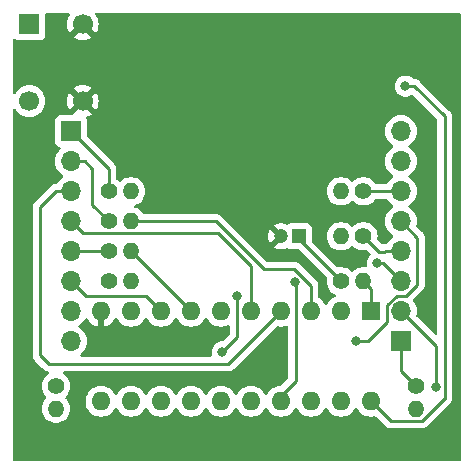
<source format=gtl>
G04 #@! TF.GenerationSoftware,KiCad,Pcbnew,7.0.6-0*
G04 #@! TF.CreationDate,2023-08-14T12:50:14+03:00*
G04 #@! TF.ProjectId,trng,74726e67-2e6b-4696-9361-645f70636258,rev?*
G04 #@! TF.SameCoordinates,Original*
G04 #@! TF.FileFunction,Copper,L1,Top*
G04 #@! TF.FilePolarity,Positive*
%FSLAX46Y46*%
G04 Gerber Fmt 4.6, Leading zero omitted, Abs format (unit mm)*
G04 Created by KiCad (PCBNEW 7.0.6-0) date 2023-08-14 12:50:14*
%MOMM*%
%LPD*%
G01*
G04 APERTURE LIST*
G04 #@! TA.AperFunction,ComponentPad*
%ADD10C,1.400000*%
G04 #@! TD*
G04 #@! TA.AperFunction,ComponentPad*
%ADD11O,1.400000X1.400000*%
G04 #@! TD*
G04 #@! TA.AperFunction,ComponentPad*
%ADD12R,1.700000X1.700000*%
G04 #@! TD*
G04 #@! TA.AperFunction,ComponentPad*
%ADD13O,1.700000X1.700000*%
G04 #@! TD*
G04 #@! TA.AperFunction,ComponentPad*
%ADD14R,1.200000X1.200000*%
G04 #@! TD*
G04 #@! TA.AperFunction,ComponentPad*
%ADD15C,1.200000*%
G04 #@! TD*
G04 #@! TA.AperFunction,ComponentPad*
%ADD16R,1.600000X1.600000*%
G04 #@! TD*
G04 #@! TA.AperFunction,ComponentPad*
%ADD17O,1.600000X1.600000*%
G04 #@! TD*
G04 #@! TA.AperFunction,ComponentPad*
%ADD18C,1.700000*%
G04 #@! TD*
G04 #@! TA.AperFunction,ViaPad*
%ADD19C,0.800000*%
G04 #@! TD*
G04 #@! TA.AperFunction,Conductor*
%ADD20C,0.250000*%
G04 #@! TD*
G04 #@! TA.AperFunction,Conductor*
%ADD21C,0.500000*%
G04 #@! TD*
G04 APERTURE END LIST*
D10*
X158260000Y-101270000D03*
D11*
X156360000Y-101270000D03*
D10*
X156360000Y-105080000D03*
D11*
X158260000Y-105080000D03*
D10*
X136680000Y-102540000D03*
D11*
X138580000Y-102540000D03*
D10*
X132230000Y-113970000D03*
D11*
X132230000Y-115870000D03*
D10*
X158260000Y-97460000D03*
D11*
X156360000Y-97460000D03*
D10*
X136680000Y-97460000D03*
D11*
X138580000Y-97460000D03*
D10*
X136680000Y-100000000D03*
D11*
X138580000Y-100000000D03*
D12*
X161440000Y-110160000D03*
D13*
X161440000Y-107620000D03*
X161440000Y-105080000D03*
X161440000Y-102540000D03*
X161440000Y-100000000D03*
X161440000Y-97460000D03*
X161440000Y-94920000D03*
X161440000Y-92380000D03*
D14*
X152780000Y-101270000D03*
D15*
X151280000Y-101270000D03*
D10*
X136680000Y-105080000D03*
D11*
X138580000Y-105080000D03*
D12*
X133500000Y-92380000D03*
D13*
X133500000Y-94920000D03*
X133500000Y-97460000D03*
X133500000Y-100000000D03*
X133500000Y-102540000D03*
X133500000Y-105080000D03*
X133500000Y-107620000D03*
X133500000Y-110160000D03*
D16*
X158900000Y-107620000D03*
D17*
X156360000Y-107620000D03*
X153820000Y-107620000D03*
X151280000Y-107620000D03*
X148740000Y-107620000D03*
X146200000Y-107620000D03*
X143660000Y-107620000D03*
X141120000Y-107620000D03*
X138580000Y-107620000D03*
X136040000Y-107620000D03*
X136040000Y-115240000D03*
X138580000Y-115240000D03*
X141120000Y-115240000D03*
X143660000Y-115240000D03*
X146200000Y-115240000D03*
X148740000Y-115240000D03*
X151280000Y-115240000D03*
X153820000Y-115240000D03*
X156360000Y-115240000D03*
X158900000Y-115240000D03*
D10*
X162710000Y-113970000D03*
D11*
X162710000Y-115870000D03*
D12*
X129980000Y-83330000D03*
D18*
X129980000Y-89830000D03*
X134480000Y-83330000D03*
X134480000Y-89830000D03*
D19*
X161820000Y-88570000D03*
X140750000Y-110250000D03*
X161750000Y-84500000D03*
X137900000Y-84450000D03*
X149000000Y-101250000D03*
X129500000Y-108750000D03*
X164400500Y-114070000D03*
X159445500Y-103570000D03*
X157630000Y-110160000D03*
X152476850Y-105153150D03*
X146320000Y-111070000D03*
X147570000Y-106320000D03*
D20*
X165125500Y-91125500D02*
X162570000Y-88570000D01*
X152780000Y-101500000D02*
X152780000Y-101270000D01*
X163245000Y-116895000D02*
X165070000Y-115070000D01*
X158900000Y-115240000D02*
X160555000Y-116895000D01*
X160555000Y-116895000D02*
X163245000Y-116895000D01*
X162570000Y-88570000D02*
X161820000Y-88570000D01*
X156360000Y-105080000D02*
X152780000Y-101500000D01*
X165070000Y-115070000D02*
X165125500Y-115014500D01*
X165125500Y-115014500D02*
X165125500Y-91125500D01*
X133500000Y-92380000D02*
X136680000Y-95560000D01*
X136680000Y-95560000D02*
X136680000Y-97460000D01*
X133500000Y-94920000D02*
X134670000Y-94920000D01*
X135320000Y-98640000D02*
X136680000Y-100000000D01*
X134670000Y-94920000D02*
X135320000Y-95570000D01*
X135320000Y-95570000D02*
X135320000Y-98640000D01*
X132250000Y-97460000D02*
X130880000Y-98830000D01*
X131630000Y-112080000D02*
X146820000Y-112080000D01*
X130880000Y-98830000D02*
X130880000Y-111330000D01*
X133500000Y-97460000D02*
X132250000Y-97460000D01*
X130880000Y-111330000D02*
X131630000Y-112080000D01*
X146820000Y-112080000D02*
X151280000Y-107620000D01*
X145955000Y-101025000D02*
X148740000Y-103810000D01*
X133500000Y-100000000D02*
X134525000Y-101025000D01*
X134525000Y-101025000D02*
X145955000Y-101025000D01*
X148740000Y-103810000D02*
X148740000Y-107620000D01*
X133500000Y-102540000D02*
X136680000Y-102540000D01*
X133500000Y-105080000D02*
X134750000Y-106330000D01*
X139830000Y-106330000D02*
X141120000Y-107620000D01*
X134750000Y-106330000D02*
X139830000Y-106330000D01*
X161440000Y-110160000D02*
X161440000Y-112700000D01*
X161440000Y-112700000D02*
X162710000Y-113970000D01*
X164400500Y-110580500D02*
X164400500Y-114070000D01*
X161440000Y-107620000D02*
X164400500Y-110580500D01*
X159930000Y-103570000D02*
X161440000Y-105080000D01*
X159445500Y-103570000D02*
X159930000Y-103570000D01*
X160070000Y-102570000D02*
X160100000Y-102540000D01*
X158260000Y-101270000D02*
X159560000Y-102570000D01*
X159560000Y-102570000D02*
X160070000Y-102570000D01*
X160100000Y-102540000D02*
X161440000Y-102540000D01*
X161078299Y-106320000D02*
X161861701Y-106320000D01*
X162820000Y-101380000D02*
X161440000Y-100000000D01*
X160265000Y-107133299D02*
X161078299Y-106320000D01*
X161861701Y-106320000D02*
X162820000Y-105361701D01*
X157630000Y-110160000D02*
X158610000Y-110160000D01*
X162820000Y-105361701D02*
X162820000Y-101380000D01*
X158610000Y-110160000D02*
X160265000Y-108505000D01*
X160265000Y-108505000D02*
X160265000Y-107133299D01*
X158260000Y-97460000D02*
X161440000Y-97460000D01*
D21*
X152550000Y-105226300D02*
X152476850Y-105153150D01*
D20*
X152530000Y-113529500D02*
X152550000Y-113549500D01*
X152530000Y-105206300D02*
X152530000Y-113529500D01*
X152476850Y-105153150D02*
X152530000Y-105206300D01*
X151280000Y-114819500D02*
X152550000Y-113549500D01*
X151280000Y-115240000D02*
X151280000Y-114819500D01*
X147570000Y-109820000D02*
X146320000Y-111070000D01*
X147570000Y-106320000D02*
X147570000Y-109820000D01*
X152419005Y-104070000D02*
X153820000Y-105470995D01*
X138580000Y-100000000D02*
X145750000Y-100000000D01*
X149820000Y-104070000D02*
X152419005Y-104070000D01*
X153820000Y-105470995D02*
X153820000Y-107620000D01*
X145750000Y-100000000D02*
X149820000Y-104070000D01*
X138580000Y-102540000D02*
X143660000Y-107620000D01*
X158900000Y-105720000D02*
X158260000Y-105080000D01*
X158900000Y-107620000D02*
X158900000Y-105720000D01*
G04 #@! TA.AperFunction,Conductor*
G36*
X136290000Y-108898872D02*
G01*
X136486317Y-108846269D01*
X136486326Y-108846265D01*
X136692482Y-108750134D01*
X136878820Y-108619657D01*
X137039657Y-108458820D01*
X137170132Y-108272484D01*
X137197341Y-108214134D01*
X137243513Y-108161695D01*
X137310707Y-108142542D01*
X137377588Y-108162757D01*
X137422105Y-108214132D01*
X137425734Y-108221913D01*
X137449431Y-108272732D01*
X137449432Y-108272734D01*
X137579954Y-108459141D01*
X137740858Y-108620045D01*
X137740861Y-108620047D01*
X137927266Y-108750568D01*
X138133504Y-108846739D01*
X138133509Y-108846740D01*
X138133511Y-108846741D01*
X138186415Y-108860916D01*
X138353308Y-108905635D01*
X138510780Y-108919412D01*
X138579998Y-108925468D01*
X138580000Y-108925468D01*
X138580002Y-108925468D01*
X138649220Y-108919412D01*
X138806692Y-108905635D01*
X139026496Y-108846739D01*
X139232734Y-108750568D01*
X139419139Y-108620047D01*
X139580047Y-108459139D01*
X139710568Y-108272734D01*
X139737618Y-108214724D01*
X139783790Y-108162285D01*
X139850983Y-108143133D01*
X139917865Y-108163348D01*
X139962381Y-108214724D01*
X139965734Y-108221913D01*
X139989429Y-108272728D01*
X139989432Y-108272734D01*
X140119954Y-108459141D01*
X140280858Y-108620045D01*
X140280861Y-108620047D01*
X140467266Y-108750568D01*
X140673504Y-108846739D01*
X140673509Y-108846740D01*
X140673511Y-108846741D01*
X140726415Y-108860916D01*
X140893308Y-108905635D01*
X141050780Y-108919412D01*
X141119998Y-108925468D01*
X141120000Y-108925468D01*
X141120002Y-108925468D01*
X141189220Y-108919412D01*
X141346692Y-108905635D01*
X141566496Y-108846739D01*
X141772734Y-108750568D01*
X141959139Y-108620047D01*
X142120047Y-108459139D01*
X142250568Y-108272734D01*
X142277618Y-108214724D01*
X142323790Y-108162285D01*
X142390983Y-108143133D01*
X142457865Y-108163348D01*
X142502381Y-108214724D01*
X142505734Y-108221913D01*
X142529429Y-108272728D01*
X142529432Y-108272734D01*
X142659954Y-108459141D01*
X142820858Y-108620045D01*
X142820861Y-108620047D01*
X143007266Y-108750568D01*
X143213504Y-108846739D01*
X143213509Y-108846740D01*
X143213511Y-108846741D01*
X143266415Y-108860916D01*
X143433308Y-108905635D01*
X143590780Y-108919412D01*
X143659998Y-108925468D01*
X143660000Y-108925468D01*
X143660002Y-108925468D01*
X143729220Y-108919412D01*
X143886692Y-108905635D01*
X144106496Y-108846739D01*
X144312734Y-108750568D01*
X144499139Y-108620047D01*
X144660047Y-108459139D01*
X144790568Y-108272734D01*
X144817618Y-108214724D01*
X144863790Y-108162285D01*
X144930983Y-108143133D01*
X144997865Y-108163348D01*
X145042381Y-108214724D01*
X145045734Y-108221913D01*
X145069429Y-108272728D01*
X145069432Y-108272734D01*
X145199954Y-108459141D01*
X145360858Y-108620045D01*
X145360861Y-108620047D01*
X145547266Y-108750568D01*
X145753504Y-108846739D01*
X145753509Y-108846740D01*
X145753511Y-108846741D01*
X145806415Y-108860916D01*
X145973308Y-108905635D01*
X146130780Y-108919412D01*
X146199998Y-108925468D01*
X146200000Y-108925468D01*
X146200002Y-108925468D01*
X146269220Y-108919412D01*
X146426692Y-108905635D01*
X146646496Y-108846739D01*
X146768095Y-108790035D01*
X146837173Y-108779544D01*
X146900957Y-108808064D01*
X146939196Y-108866540D01*
X146944500Y-108902418D01*
X146944500Y-109509547D01*
X146924815Y-109576586D01*
X146908181Y-109597228D01*
X146372228Y-110133181D01*
X146310905Y-110166666D01*
X146284547Y-110169500D01*
X146225354Y-110169500D01*
X146192897Y-110176398D01*
X146040197Y-110208855D01*
X146040192Y-110208857D01*
X145867270Y-110285848D01*
X145867265Y-110285851D01*
X145714129Y-110397111D01*
X145587466Y-110537785D01*
X145492821Y-110701715D01*
X145492818Y-110701722D01*
X145439898Y-110864594D01*
X145434326Y-110881744D01*
X145427767Y-110944151D01*
X145415814Y-111057883D01*
X145414540Y-111070000D01*
X145434326Y-111258256D01*
X145434326Y-111258258D01*
X145434327Y-111258260D01*
X145445349Y-111292183D01*
X145447344Y-111362024D01*
X145411263Y-111421856D01*
X145348562Y-111452684D01*
X145327418Y-111454500D01*
X134399066Y-111454500D01*
X134332027Y-111434815D01*
X134286272Y-111382011D01*
X134276328Y-111312853D01*
X134305353Y-111249297D01*
X134327943Y-111228925D01*
X134345884Y-111216361D01*
X134371401Y-111198495D01*
X134538495Y-111031401D01*
X134674035Y-110837830D01*
X134773903Y-110623663D01*
X134835063Y-110395408D01*
X134855659Y-110160000D01*
X134835063Y-109924592D01*
X134773903Y-109696337D01*
X134674035Y-109482171D01*
X134673119Y-109480862D01*
X134538494Y-109288597D01*
X134371402Y-109121506D01*
X134371396Y-109121501D01*
X134185842Y-108991575D01*
X134142217Y-108936998D01*
X134135023Y-108867500D01*
X134166546Y-108805145D01*
X134185842Y-108788425D01*
X134251674Y-108742329D01*
X134371401Y-108658495D01*
X134538495Y-108491401D01*
X134674035Y-108297830D01*
X134685479Y-108273287D01*
X134731649Y-108220851D01*
X134798842Y-108201698D01*
X134865724Y-108221913D01*
X134906043Y-108268442D01*
X134907161Y-108267797D01*
X134909865Y-108272481D01*
X135040342Y-108458820D01*
X135201179Y-108619657D01*
X135387517Y-108750134D01*
X135593673Y-108846265D01*
X135593682Y-108846269D01*
X135789999Y-108898872D01*
X135790000Y-108898871D01*
X135790000Y-107935686D01*
X135801955Y-107947641D01*
X135914852Y-108005165D01*
X136008519Y-108020000D01*
X136071481Y-108020000D01*
X136165148Y-108005165D01*
X136278045Y-107947641D01*
X136290000Y-107935685D01*
X136290000Y-108898872D01*
G37*
G04 #@! TD.AperFunction*
G04 #@! TA.AperFunction,Conductor*
G36*
X151579356Y-101243641D02*
G01*
X151579132Y-101246765D01*
X151578738Y-101242509D01*
X151579356Y-101243641D01*
G37*
G04 #@! TD.AperFunction*
G04 #@! TA.AperFunction,Conductor*
G36*
X133350146Y-82365185D02*
G01*
X133395901Y-82417989D01*
X133405845Y-82487147D01*
X133384682Y-82540623D01*
X133306400Y-82652420D01*
X133306399Y-82652422D01*
X133206570Y-82866507D01*
X133206566Y-82866516D01*
X133145432Y-83094673D01*
X133145430Y-83094684D01*
X133124843Y-83329998D01*
X133124843Y-83330001D01*
X133145430Y-83565315D01*
X133145432Y-83565326D01*
X133206566Y-83793483D01*
X133206570Y-83793492D01*
X133306400Y-84007579D01*
X133306402Y-84007583D01*
X133365072Y-84091373D01*
X133365073Y-84091373D01*
X133996922Y-83459523D01*
X134020507Y-83539844D01*
X134098239Y-83660798D01*
X134206900Y-83754952D01*
X134337685Y-83814680D01*
X134347466Y-83816086D01*
X133718625Y-84444925D01*
X133802421Y-84503599D01*
X134016507Y-84603429D01*
X134016516Y-84603433D01*
X134244673Y-84664567D01*
X134244684Y-84664569D01*
X134479998Y-84685157D01*
X134480002Y-84685157D01*
X134715315Y-84664569D01*
X134715326Y-84664567D01*
X134943483Y-84603433D01*
X134943492Y-84603429D01*
X135157578Y-84503600D01*
X135157582Y-84503598D01*
X135241373Y-84444926D01*
X135241373Y-84444925D01*
X134612533Y-83816086D01*
X134622315Y-83814680D01*
X134753100Y-83754952D01*
X134861761Y-83660798D01*
X134939493Y-83539844D01*
X134963076Y-83459524D01*
X135594925Y-84091373D01*
X135594926Y-84091373D01*
X135653598Y-84007582D01*
X135653600Y-84007578D01*
X135753429Y-83793492D01*
X135753433Y-83793483D01*
X135814567Y-83565326D01*
X135814569Y-83565315D01*
X135835157Y-83330001D01*
X135835157Y-83329998D01*
X135814569Y-83094684D01*
X135814567Y-83094673D01*
X135753433Y-82866516D01*
X135753429Y-82866507D01*
X135653600Y-82652422D01*
X135653599Y-82652420D01*
X135575318Y-82540623D01*
X135552991Y-82474417D01*
X135570001Y-82406650D01*
X135620949Y-82358837D01*
X135676893Y-82345500D01*
X166385500Y-82345500D01*
X166452539Y-82365185D01*
X166498294Y-82417989D01*
X166509500Y-82469500D01*
X166509500Y-120196000D01*
X166489815Y-120263039D01*
X166437011Y-120308794D01*
X166385500Y-120320000D01*
X128694000Y-120320000D01*
X128626961Y-120300315D01*
X128581206Y-120247511D01*
X128570000Y-120196000D01*
X128570000Y-98810196D01*
X130249840Y-98810196D01*
X130251331Y-98825965D01*
X130254225Y-98856583D01*
X130254500Y-98862421D01*
X130254500Y-111247255D01*
X130252775Y-111262872D01*
X130253061Y-111262899D01*
X130252326Y-111270665D01*
X130254500Y-111339814D01*
X130254500Y-111369343D01*
X130254501Y-111369360D01*
X130255368Y-111376231D01*
X130255826Y-111382050D01*
X130257290Y-111428624D01*
X130257291Y-111428627D01*
X130262880Y-111447867D01*
X130266824Y-111466911D01*
X130269336Y-111486792D01*
X130283159Y-111521705D01*
X130286490Y-111530119D01*
X130288382Y-111535647D01*
X130301381Y-111580388D01*
X130311580Y-111597634D01*
X130320138Y-111615103D01*
X130327514Y-111633732D01*
X130354898Y-111671423D01*
X130358106Y-111676307D01*
X130381827Y-111716416D01*
X130381833Y-111716424D01*
X130395990Y-111730580D01*
X130408628Y-111745376D01*
X130420405Y-111761586D01*
X130420406Y-111761587D01*
X130456309Y-111791288D01*
X130460620Y-111795210D01*
X131054956Y-112389547D01*
X131129197Y-112463788D01*
X131139022Y-112476051D01*
X131139243Y-112475869D01*
X131144214Y-112481878D01*
X131165043Y-112501437D01*
X131194635Y-112529226D01*
X131215529Y-112550120D01*
X131221011Y-112554373D01*
X131225443Y-112558157D01*
X131259418Y-112590062D01*
X131276976Y-112599714D01*
X131293235Y-112610395D01*
X131309064Y-112622673D01*
X131351838Y-112641182D01*
X131357056Y-112643738D01*
X131397908Y-112666197D01*
X131417316Y-112671180D01*
X131435717Y-112677480D01*
X131454104Y-112685437D01*
X131497488Y-112692308D01*
X131500119Y-112692725D01*
X131505839Y-112693909D01*
X131550981Y-112705500D01*
X131555978Y-112705500D01*
X131623017Y-112725185D01*
X131668772Y-112777989D01*
X131678716Y-112847147D01*
X131649691Y-112910703D01*
X131621255Y-112934927D01*
X131503439Y-113007874D01*
X131503437Y-113007876D01*
X131339020Y-113157761D01*
X131204943Y-113335308D01*
X131204938Y-113335316D01*
X131105775Y-113534461D01*
X131105769Y-113534476D01*
X131044885Y-113748462D01*
X131044884Y-113748464D01*
X131024357Y-113969999D01*
X131024357Y-113970000D01*
X131044884Y-114191535D01*
X131044885Y-114191537D01*
X131105769Y-114405523D01*
X131105775Y-114405538D01*
X131204938Y-114604683D01*
X131204943Y-114604691D01*
X131235591Y-114645275D01*
X131339017Y-114782234D01*
X131339021Y-114782238D01*
X131339026Y-114782243D01*
X131389617Y-114828364D01*
X131425898Y-114888076D01*
X131424137Y-114957923D01*
X131389617Y-115011636D01*
X131339026Y-115057756D01*
X131339021Y-115057761D01*
X131204943Y-115235308D01*
X131204938Y-115235316D01*
X131105775Y-115434461D01*
X131105769Y-115434476D01*
X131044885Y-115648462D01*
X131044884Y-115648464D01*
X131024357Y-115869999D01*
X131024357Y-115870000D01*
X131044884Y-116091535D01*
X131044885Y-116091537D01*
X131105769Y-116305523D01*
X131105775Y-116305538D01*
X131204938Y-116504683D01*
X131204943Y-116504691D01*
X131339020Y-116682238D01*
X131503437Y-116832123D01*
X131503439Y-116832125D01*
X131692595Y-116949245D01*
X131692596Y-116949245D01*
X131692599Y-116949247D01*
X131900060Y-117029618D01*
X132118757Y-117070500D01*
X132118759Y-117070500D01*
X132341241Y-117070500D01*
X132341243Y-117070500D01*
X132559940Y-117029618D01*
X132767401Y-116949247D01*
X132956562Y-116832124D01*
X133120981Y-116682236D01*
X133255058Y-116504689D01*
X133354229Y-116305528D01*
X133415115Y-116091536D01*
X133435643Y-115870000D01*
X133425740Y-115763133D01*
X133415115Y-115648464D01*
X133415114Y-115648462D01*
X133402520Y-115604199D01*
X133354229Y-115434472D01*
X133354224Y-115434461D01*
X133255061Y-115235316D01*
X133255056Y-115235308D01*
X133184201Y-115141481D01*
X133120981Y-115057764D01*
X133070380Y-115011635D01*
X133034101Y-114951927D01*
X133035861Y-114882079D01*
X133070380Y-114828364D01*
X133120981Y-114782236D01*
X133255058Y-114604689D01*
X133354229Y-114405528D01*
X133415115Y-114191536D01*
X133435643Y-113970000D01*
X133432356Y-113934532D01*
X133415115Y-113748464D01*
X133415114Y-113748462D01*
X133408551Y-113725397D01*
X133354229Y-113534472D01*
X133343108Y-113512138D01*
X133255061Y-113335316D01*
X133255056Y-113335308D01*
X133120979Y-113157761D01*
X132956562Y-113007876D01*
X132956560Y-113007874D01*
X132838745Y-112934927D01*
X132792109Y-112882899D01*
X132781005Y-112813918D01*
X132808958Y-112749883D01*
X132867093Y-112711127D01*
X132904022Y-112705500D01*
X146737257Y-112705500D01*
X146752877Y-112707224D01*
X146752904Y-112706939D01*
X146760660Y-112707671D01*
X146760667Y-112707673D01*
X146829814Y-112705500D01*
X146859350Y-112705500D01*
X146866228Y-112704630D01*
X146872041Y-112704172D01*
X146918627Y-112702709D01*
X146937869Y-112697117D01*
X146956912Y-112693174D01*
X146976792Y-112690664D01*
X147020122Y-112673507D01*
X147025646Y-112671617D01*
X147029396Y-112670527D01*
X147070390Y-112658618D01*
X147087629Y-112648422D01*
X147105103Y-112639862D01*
X147123727Y-112632488D01*
X147123727Y-112632487D01*
X147123732Y-112632486D01*
X147161449Y-112605082D01*
X147166305Y-112601892D01*
X147206420Y-112578170D01*
X147220589Y-112563999D01*
X147235379Y-112551368D01*
X147251587Y-112539594D01*
X147281299Y-112503676D01*
X147285212Y-112499376D01*
X150865179Y-108919410D01*
X150926500Y-108885927D01*
X150984947Y-108887317D01*
X151053308Y-108905635D01*
X151210780Y-108919412D01*
X151279998Y-108925468D01*
X151280000Y-108925468D01*
X151280002Y-108925468D01*
X151349220Y-108919412D01*
X151506692Y-108905635D01*
X151726496Y-108846739D01*
X151728094Y-108845993D01*
X151728863Y-108845876D01*
X151731577Y-108844889D01*
X151731775Y-108845434D01*
X151797170Y-108835501D01*
X151860954Y-108864019D01*
X151899195Y-108922494D01*
X151904500Y-108958375D01*
X151904500Y-113259046D01*
X151884815Y-113326085D01*
X151868181Y-113346727D01*
X151312325Y-113902582D01*
X151251002Y-113936067D01*
X151235452Y-113938429D01*
X151053312Y-113954364D01*
X151053302Y-113954366D01*
X150833511Y-114013258D01*
X150833502Y-114013261D01*
X150627267Y-114109431D01*
X150627265Y-114109432D01*
X150440858Y-114239954D01*
X150279954Y-114400858D01*
X150149432Y-114587265D01*
X150149431Y-114587267D01*
X150122382Y-114645275D01*
X150076209Y-114697714D01*
X150009016Y-114716866D01*
X149942135Y-114696650D01*
X149897618Y-114645275D01*
X149878693Y-114604691D01*
X149870568Y-114587266D01*
X149740047Y-114400861D01*
X149740045Y-114400858D01*
X149579141Y-114239954D01*
X149392734Y-114109432D01*
X149392732Y-114109431D01*
X149186497Y-114013261D01*
X149186488Y-114013258D01*
X148966697Y-113954366D01*
X148966693Y-113954365D01*
X148966692Y-113954365D01*
X148966691Y-113954364D01*
X148966686Y-113954364D01*
X148740002Y-113934532D01*
X148739998Y-113934532D01*
X148513313Y-113954364D01*
X148513302Y-113954366D01*
X148293511Y-114013258D01*
X148293502Y-114013261D01*
X148087267Y-114109431D01*
X148087265Y-114109432D01*
X147900858Y-114239954D01*
X147739954Y-114400858D01*
X147609432Y-114587265D01*
X147609431Y-114587267D01*
X147582382Y-114645275D01*
X147536209Y-114697714D01*
X147469016Y-114716866D01*
X147402135Y-114696650D01*
X147357618Y-114645275D01*
X147338693Y-114604691D01*
X147330568Y-114587266D01*
X147200047Y-114400861D01*
X147200045Y-114400858D01*
X147039141Y-114239954D01*
X146852734Y-114109432D01*
X146852732Y-114109431D01*
X146646497Y-114013261D01*
X146646488Y-114013258D01*
X146426697Y-113954366D01*
X146426693Y-113954365D01*
X146426692Y-113954365D01*
X146426691Y-113954364D01*
X146426686Y-113954364D01*
X146200002Y-113934532D01*
X146199998Y-113934532D01*
X145973313Y-113954364D01*
X145973302Y-113954366D01*
X145753511Y-114013258D01*
X145753502Y-114013261D01*
X145547267Y-114109431D01*
X145547265Y-114109432D01*
X145360858Y-114239954D01*
X145199954Y-114400858D01*
X145069432Y-114587265D01*
X145069431Y-114587267D01*
X145042382Y-114645275D01*
X144996209Y-114697714D01*
X144929016Y-114716866D01*
X144862135Y-114696650D01*
X144817618Y-114645275D01*
X144798693Y-114604691D01*
X144790568Y-114587266D01*
X144660047Y-114400861D01*
X144660045Y-114400858D01*
X144499141Y-114239954D01*
X144312734Y-114109432D01*
X144312732Y-114109431D01*
X144106497Y-114013261D01*
X144106488Y-114013258D01*
X143886697Y-113954366D01*
X143886693Y-113954365D01*
X143886692Y-113954365D01*
X143886691Y-113954364D01*
X143886686Y-113954364D01*
X143660002Y-113934532D01*
X143659998Y-113934532D01*
X143433313Y-113954364D01*
X143433302Y-113954366D01*
X143213511Y-114013258D01*
X143213502Y-114013261D01*
X143007267Y-114109431D01*
X143007265Y-114109432D01*
X142820858Y-114239954D01*
X142659954Y-114400858D01*
X142529432Y-114587265D01*
X142529431Y-114587267D01*
X142502382Y-114645275D01*
X142456209Y-114697714D01*
X142389016Y-114716866D01*
X142322135Y-114696650D01*
X142277618Y-114645275D01*
X142258693Y-114604691D01*
X142250568Y-114587266D01*
X142120047Y-114400861D01*
X142120045Y-114400858D01*
X141959141Y-114239954D01*
X141772734Y-114109432D01*
X141772732Y-114109431D01*
X141566497Y-114013261D01*
X141566488Y-114013258D01*
X141346697Y-113954366D01*
X141346693Y-113954365D01*
X141346692Y-113954365D01*
X141346691Y-113954364D01*
X141346686Y-113954364D01*
X141120002Y-113934532D01*
X141119998Y-113934532D01*
X140893313Y-113954364D01*
X140893302Y-113954366D01*
X140673511Y-114013258D01*
X140673502Y-114013261D01*
X140467267Y-114109431D01*
X140467265Y-114109432D01*
X140280858Y-114239954D01*
X140119954Y-114400858D01*
X139989432Y-114587265D01*
X139989431Y-114587267D01*
X139962382Y-114645275D01*
X139916209Y-114697714D01*
X139849016Y-114716866D01*
X139782135Y-114696650D01*
X139737618Y-114645275D01*
X139718693Y-114604691D01*
X139710568Y-114587266D01*
X139580047Y-114400861D01*
X139580045Y-114400858D01*
X139419141Y-114239954D01*
X139232734Y-114109432D01*
X139232732Y-114109431D01*
X139026497Y-114013261D01*
X139026488Y-114013258D01*
X138806697Y-113954366D01*
X138806693Y-113954365D01*
X138806692Y-113954365D01*
X138806691Y-113954364D01*
X138806686Y-113954364D01*
X138580002Y-113934532D01*
X138579998Y-113934532D01*
X138353313Y-113954364D01*
X138353302Y-113954366D01*
X138133511Y-114013258D01*
X138133502Y-114013261D01*
X137927267Y-114109431D01*
X137927265Y-114109432D01*
X137740858Y-114239954D01*
X137579954Y-114400858D01*
X137449432Y-114587265D01*
X137449431Y-114587267D01*
X137422382Y-114645275D01*
X137376209Y-114697714D01*
X137309016Y-114716866D01*
X137242135Y-114696650D01*
X137197618Y-114645275D01*
X137178693Y-114604691D01*
X137170568Y-114587266D01*
X137040047Y-114400861D01*
X137040045Y-114400858D01*
X136879141Y-114239954D01*
X136692734Y-114109432D01*
X136692732Y-114109431D01*
X136486497Y-114013261D01*
X136486488Y-114013258D01*
X136266697Y-113954366D01*
X136266693Y-113954365D01*
X136266692Y-113954365D01*
X136266691Y-113954364D01*
X136266686Y-113954364D01*
X136040002Y-113934532D01*
X136039998Y-113934532D01*
X135813313Y-113954364D01*
X135813302Y-113954366D01*
X135593511Y-114013258D01*
X135593502Y-114013261D01*
X135387267Y-114109431D01*
X135387265Y-114109432D01*
X135200858Y-114239954D01*
X135039954Y-114400858D01*
X134909432Y-114587265D01*
X134909431Y-114587267D01*
X134813261Y-114793502D01*
X134813258Y-114793511D01*
X134754366Y-115013302D01*
X134754364Y-115013313D01*
X134734532Y-115239998D01*
X134734532Y-115240001D01*
X134754364Y-115466686D01*
X134754366Y-115466697D01*
X134813258Y-115686488D01*
X134813261Y-115686497D01*
X134909431Y-115892732D01*
X134909432Y-115892734D01*
X135039954Y-116079141D01*
X135200858Y-116240045D01*
X135200861Y-116240047D01*
X135387266Y-116370568D01*
X135593504Y-116466739D01*
X135813308Y-116525635D01*
X135970791Y-116539413D01*
X136039998Y-116545468D01*
X136040000Y-116545468D01*
X136040002Y-116545468D01*
X136096672Y-116540509D01*
X136266692Y-116525635D01*
X136486496Y-116466739D01*
X136692734Y-116370568D01*
X136879139Y-116240047D01*
X137040047Y-116079139D01*
X137170568Y-115892734D01*
X137197618Y-115834724D01*
X137243790Y-115782285D01*
X137310983Y-115763133D01*
X137377865Y-115783348D01*
X137422382Y-115834725D01*
X137449429Y-115892728D01*
X137449432Y-115892734D01*
X137579954Y-116079141D01*
X137740858Y-116240045D01*
X137740861Y-116240047D01*
X137927266Y-116370568D01*
X138133504Y-116466739D01*
X138353308Y-116525635D01*
X138510791Y-116539413D01*
X138579998Y-116545468D01*
X138580000Y-116545468D01*
X138580002Y-116545468D01*
X138636673Y-116540509D01*
X138806692Y-116525635D01*
X139026496Y-116466739D01*
X139232734Y-116370568D01*
X139419139Y-116240047D01*
X139580047Y-116079139D01*
X139710568Y-115892734D01*
X139737618Y-115834724D01*
X139783790Y-115782285D01*
X139850983Y-115763133D01*
X139917865Y-115783348D01*
X139962382Y-115834725D01*
X139989429Y-115892728D01*
X139989432Y-115892734D01*
X140119954Y-116079141D01*
X140280858Y-116240045D01*
X140280861Y-116240047D01*
X140467266Y-116370568D01*
X140673504Y-116466739D01*
X140893308Y-116525635D01*
X141050791Y-116539413D01*
X141119998Y-116545468D01*
X141120000Y-116545468D01*
X141120002Y-116545468D01*
X141176673Y-116540509D01*
X141346692Y-116525635D01*
X141566496Y-116466739D01*
X141772734Y-116370568D01*
X141959139Y-116240047D01*
X142120047Y-116079139D01*
X142250568Y-115892734D01*
X142277618Y-115834724D01*
X142323790Y-115782285D01*
X142390983Y-115763133D01*
X142457865Y-115783348D01*
X142502382Y-115834725D01*
X142529429Y-115892728D01*
X142529432Y-115892734D01*
X142659954Y-116079141D01*
X142820858Y-116240045D01*
X142820861Y-116240047D01*
X143007266Y-116370568D01*
X143213504Y-116466739D01*
X143433308Y-116525635D01*
X143590791Y-116539413D01*
X143659998Y-116545468D01*
X143660000Y-116545468D01*
X143660002Y-116545468D01*
X143716673Y-116540509D01*
X143886692Y-116525635D01*
X144106496Y-116466739D01*
X144312734Y-116370568D01*
X144499139Y-116240047D01*
X144660047Y-116079139D01*
X144790568Y-115892734D01*
X144817618Y-115834724D01*
X144863790Y-115782285D01*
X144930983Y-115763133D01*
X144997865Y-115783348D01*
X145042382Y-115834725D01*
X145069429Y-115892728D01*
X145069432Y-115892734D01*
X145199954Y-116079141D01*
X145360858Y-116240045D01*
X145360861Y-116240047D01*
X145547266Y-116370568D01*
X145753504Y-116466739D01*
X145973308Y-116525635D01*
X146130791Y-116539413D01*
X146199998Y-116545468D01*
X146200000Y-116545468D01*
X146200002Y-116545468D01*
X146256673Y-116540509D01*
X146426692Y-116525635D01*
X146646496Y-116466739D01*
X146852734Y-116370568D01*
X147039139Y-116240047D01*
X147200047Y-116079139D01*
X147330568Y-115892734D01*
X147357618Y-115834724D01*
X147403790Y-115782285D01*
X147470983Y-115763133D01*
X147537865Y-115783348D01*
X147582382Y-115834725D01*
X147609429Y-115892728D01*
X147609432Y-115892734D01*
X147739954Y-116079141D01*
X147900858Y-116240045D01*
X147900861Y-116240047D01*
X148087266Y-116370568D01*
X148293504Y-116466739D01*
X148513308Y-116525635D01*
X148670791Y-116539413D01*
X148739998Y-116545468D01*
X148740000Y-116545468D01*
X148740002Y-116545468D01*
X148796673Y-116540509D01*
X148966692Y-116525635D01*
X149186496Y-116466739D01*
X149392734Y-116370568D01*
X149579139Y-116240047D01*
X149740047Y-116079139D01*
X149870568Y-115892734D01*
X149897618Y-115834724D01*
X149943790Y-115782285D01*
X150010983Y-115763133D01*
X150077865Y-115783348D01*
X150122382Y-115834725D01*
X150149429Y-115892728D01*
X150149432Y-115892734D01*
X150279954Y-116079141D01*
X150440858Y-116240045D01*
X150440861Y-116240047D01*
X150627266Y-116370568D01*
X150833504Y-116466739D01*
X151053308Y-116525635D01*
X151210791Y-116539413D01*
X151279998Y-116545468D01*
X151280000Y-116545468D01*
X151280002Y-116545468D01*
X151336672Y-116540509D01*
X151506692Y-116525635D01*
X151726496Y-116466739D01*
X151932734Y-116370568D01*
X152119139Y-116240047D01*
X152280047Y-116079139D01*
X152410568Y-115892734D01*
X152437618Y-115834724D01*
X152483790Y-115782285D01*
X152550983Y-115763133D01*
X152617865Y-115783348D01*
X152662382Y-115834725D01*
X152689429Y-115892728D01*
X152689432Y-115892734D01*
X152819954Y-116079141D01*
X152980858Y-116240045D01*
X152980861Y-116240047D01*
X153167266Y-116370568D01*
X153373504Y-116466739D01*
X153593308Y-116525635D01*
X153750791Y-116539413D01*
X153819998Y-116545468D01*
X153820000Y-116545468D01*
X153820002Y-116545468D01*
X153876672Y-116540509D01*
X154046692Y-116525635D01*
X154266496Y-116466739D01*
X154472734Y-116370568D01*
X154659139Y-116240047D01*
X154820047Y-116079139D01*
X154950568Y-115892734D01*
X154977618Y-115834724D01*
X155023790Y-115782285D01*
X155090983Y-115763133D01*
X155157865Y-115783348D01*
X155202382Y-115834725D01*
X155229429Y-115892728D01*
X155229432Y-115892734D01*
X155359954Y-116079141D01*
X155520858Y-116240045D01*
X155520861Y-116240047D01*
X155707266Y-116370568D01*
X155913504Y-116466739D01*
X156133308Y-116525635D01*
X156290791Y-116539413D01*
X156359998Y-116545468D01*
X156360000Y-116545468D01*
X156360002Y-116545468D01*
X156416672Y-116540509D01*
X156586692Y-116525635D01*
X156806496Y-116466739D01*
X157012734Y-116370568D01*
X157199139Y-116240047D01*
X157360047Y-116079139D01*
X157490568Y-115892734D01*
X157517618Y-115834724D01*
X157563790Y-115782285D01*
X157630983Y-115763133D01*
X157697865Y-115783348D01*
X157742382Y-115834725D01*
X157769429Y-115892728D01*
X157769432Y-115892734D01*
X157899954Y-116079141D01*
X158060858Y-116240045D01*
X158060861Y-116240047D01*
X158247266Y-116370568D01*
X158453504Y-116466739D01*
X158673308Y-116525635D01*
X158830791Y-116539413D01*
X158899998Y-116545468D01*
X158900000Y-116545468D01*
X158900002Y-116545468D01*
X158956673Y-116540509D01*
X159126692Y-116525635D01*
X159195048Y-116507319D01*
X159264897Y-116508982D01*
X159314822Y-116539413D01*
X160054197Y-117278788D01*
X160064022Y-117291051D01*
X160064243Y-117290869D01*
X160069214Y-117296878D01*
X160090043Y-117316437D01*
X160119635Y-117344226D01*
X160140529Y-117365120D01*
X160146011Y-117369373D01*
X160150443Y-117373157D01*
X160184418Y-117405062D01*
X160201976Y-117414714D01*
X160218235Y-117425395D01*
X160234064Y-117437673D01*
X160276838Y-117456182D01*
X160282056Y-117458738D01*
X160322908Y-117481197D01*
X160342316Y-117486180D01*
X160360717Y-117492480D01*
X160379104Y-117500437D01*
X160422488Y-117507308D01*
X160425119Y-117507725D01*
X160430839Y-117508909D01*
X160475981Y-117520500D01*
X160496016Y-117520500D01*
X160515414Y-117522026D01*
X160535194Y-117525159D01*
X160535195Y-117525160D01*
X160535195Y-117525159D01*
X160535196Y-117525160D01*
X160581583Y-117520775D01*
X160587422Y-117520500D01*
X163162257Y-117520500D01*
X163177877Y-117522224D01*
X163177904Y-117521939D01*
X163185660Y-117522671D01*
X163185667Y-117522673D01*
X163254814Y-117520500D01*
X163284350Y-117520500D01*
X163291228Y-117519630D01*
X163297041Y-117519172D01*
X163343627Y-117517709D01*
X163362869Y-117512117D01*
X163381912Y-117508174D01*
X163401792Y-117505664D01*
X163445122Y-117488507D01*
X163450646Y-117486617D01*
X163454396Y-117485527D01*
X163495390Y-117473618D01*
X163512629Y-117463422D01*
X163530103Y-117454862D01*
X163548727Y-117447488D01*
X163548727Y-117447487D01*
X163548732Y-117447486D01*
X163586449Y-117420082D01*
X163591305Y-117416892D01*
X163631420Y-117393170D01*
X163645589Y-117378999D01*
X163660379Y-117366368D01*
X163676587Y-117354594D01*
X163706299Y-117318676D01*
X163710212Y-117314376D01*
X165509286Y-115515302D01*
X165521544Y-115505484D01*
X165521361Y-115505263D01*
X165527374Y-115500288D01*
X165527374Y-115500287D01*
X165527377Y-115500286D01*
X165558924Y-115466692D01*
X165574729Y-115449862D01*
X165585172Y-115439417D01*
X165595620Y-115428971D01*
X165599879Y-115423478D01*
X165603652Y-115419061D01*
X165635562Y-115385082D01*
X165645215Y-115367520D01*
X165655889Y-115351270D01*
X165668173Y-115335436D01*
X165686680Y-115292667D01*
X165689249Y-115287424D01*
X165691453Y-115283413D01*
X165711697Y-115246592D01*
X165716677Y-115227191D01*
X165722978Y-115208788D01*
X165730938Y-115190396D01*
X165738230Y-115144349D01*
X165739411Y-115138652D01*
X165751000Y-115093519D01*
X165751000Y-115073482D01*
X165752527Y-115054082D01*
X165755660Y-115034304D01*
X165751275Y-114987915D01*
X165751000Y-114982077D01*
X165751000Y-91208242D01*
X165752724Y-91192622D01*
X165752439Y-91192595D01*
X165753173Y-91184833D01*
X165751000Y-91115672D01*
X165751000Y-91086156D01*
X165751000Y-91086150D01*
X165750131Y-91079279D01*
X165749673Y-91073452D01*
X165748777Y-91044936D01*
X165748210Y-91026873D01*
X165742619Y-91007630D01*
X165738673Y-90988578D01*
X165736164Y-90968708D01*
X165719004Y-90925367D01*
X165717124Y-90919879D01*
X165704118Y-90875110D01*
X165693922Y-90857870D01*
X165685361Y-90840394D01*
X165677987Y-90821770D01*
X165677986Y-90821768D01*
X165650579Y-90784045D01*
X165647388Y-90779186D01*
X165623672Y-90739083D01*
X165623665Y-90739074D01*
X165609506Y-90724915D01*
X165596868Y-90710119D01*
X165590530Y-90701395D01*
X165585094Y-90693913D01*
X165549188Y-90664209D01*
X165544876Y-90660286D01*
X163070803Y-88186212D01*
X163060980Y-88173950D01*
X163060759Y-88174134D01*
X163055786Y-88168123D01*
X163005364Y-88120773D01*
X162994919Y-88110328D01*
X162984475Y-88099883D01*
X162978986Y-88095625D01*
X162974561Y-88091847D01*
X162940582Y-88059938D01*
X162940580Y-88059936D01*
X162940577Y-88059935D01*
X162923029Y-88050288D01*
X162906763Y-88039604D01*
X162890933Y-88027325D01*
X162848168Y-88008818D01*
X162842922Y-88006248D01*
X162802093Y-87983803D01*
X162802092Y-87983802D01*
X162782693Y-87978822D01*
X162764281Y-87972518D01*
X162745898Y-87964562D01*
X162745892Y-87964560D01*
X162699874Y-87957272D01*
X162694152Y-87956087D01*
X162649021Y-87944500D01*
X162649019Y-87944500D01*
X162628984Y-87944500D01*
X162609586Y-87942973D01*
X162602162Y-87941797D01*
X162589805Y-87939840D01*
X162589804Y-87939840D01*
X162543416Y-87944225D01*
X162537578Y-87944500D01*
X162523748Y-87944500D01*
X162456709Y-87924815D01*
X162431600Y-87903474D01*
X162425873Y-87897114D01*
X162425869Y-87897110D01*
X162272734Y-87785851D01*
X162272729Y-87785848D01*
X162099807Y-87708857D01*
X162099802Y-87708855D01*
X161954000Y-87677865D01*
X161914646Y-87669500D01*
X161725354Y-87669500D01*
X161692897Y-87676398D01*
X161540197Y-87708855D01*
X161540192Y-87708857D01*
X161367270Y-87785848D01*
X161367265Y-87785851D01*
X161214129Y-87897111D01*
X161087466Y-88037785D01*
X160992821Y-88201715D01*
X160992818Y-88201722D01*
X160934327Y-88381740D01*
X160934326Y-88381744D01*
X160914540Y-88570000D01*
X160934326Y-88758256D01*
X160934327Y-88758259D01*
X160992818Y-88938277D01*
X160992821Y-88938284D01*
X161087467Y-89102216D01*
X161136670Y-89156861D01*
X161214129Y-89242888D01*
X161367265Y-89354148D01*
X161367270Y-89354151D01*
X161540192Y-89431142D01*
X161540197Y-89431144D01*
X161725354Y-89470500D01*
X161725355Y-89470500D01*
X161914644Y-89470500D01*
X161914646Y-89470500D01*
X162099803Y-89431144D01*
X162272730Y-89354151D01*
X162301054Y-89333572D01*
X162366855Y-89310092D01*
X162434909Y-89325915D01*
X162461619Y-89346209D01*
X164463681Y-91348271D01*
X164497166Y-91409594D01*
X164500000Y-91435952D01*
X164500000Y-109496047D01*
X164480315Y-109563086D01*
X164427511Y-109608841D01*
X164358353Y-109618785D01*
X164294797Y-109589760D01*
X164288319Y-109583728D01*
X162780237Y-108075646D01*
X162746752Y-108014323D01*
X162748142Y-107955876D01*
X162775063Y-107855408D01*
X162795659Y-107620000D01*
X162775063Y-107384592D01*
X162713903Y-107156337D01*
X162614035Y-106942171D01*
X162614034Y-106942169D01*
X162478496Y-106748599D01*
X162478163Y-106748203D01*
X162478071Y-106747993D01*
X162475390Y-106744164D01*
X162476159Y-106743625D01*
X162450151Y-106684195D01*
X162461190Y-106615203D01*
X162485469Y-106580820D01*
X163203787Y-105862503D01*
X163216042Y-105852687D01*
X163215859Y-105852465D01*
X163221866Y-105847493D01*
X163221877Y-105847487D01*
X163256809Y-105810288D01*
X163269227Y-105797065D01*
X163279671Y-105786619D01*
X163290120Y-105776172D01*
X163294379Y-105770679D01*
X163298152Y-105766262D01*
X163330062Y-105732283D01*
X163339713Y-105714725D01*
X163350396Y-105698462D01*
X163362673Y-105682637D01*
X163381185Y-105639854D01*
X163383738Y-105634642D01*
X163406197Y-105593793D01*
X163411180Y-105574381D01*
X163417481Y-105555981D01*
X163425437Y-105537597D01*
X163432729Y-105491553D01*
X163433906Y-105485872D01*
X163445500Y-105440720D01*
X163445500Y-105420683D01*
X163447027Y-105401283D01*
X163449485Y-105385764D01*
X163450160Y-105381505D01*
X163445775Y-105335116D01*
X163445500Y-105329278D01*
X163445500Y-101462742D01*
X163447224Y-101447122D01*
X163446939Y-101447095D01*
X163447673Y-101439333D01*
X163445500Y-101370172D01*
X163445500Y-101340656D01*
X163445500Y-101340650D01*
X163444631Y-101333779D01*
X163444173Y-101327952D01*
X163443237Y-101298160D01*
X163442710Y-101281373D01*
X163437119Y-101262130D01*
X163433173Y-101243078D01*
X163430664Y-101223208D01*
X163413504Y-101179867D01*
X163411624Y-101174379D01*
X163398618Y-101129610D01*
X163388422Y-101112370D01*
X163379861Y-101094894D01*
X163372487Y-101076270D01*
X163372486Y-101076268D01*
X163345079Y-101038545D01*
X163341888Y-101033686D01*
X163318172Y-100993583D01*
X163318165Y-100993574D01*
X163304006Y-100979415D01*
X163291368Y-100964619D01*
X163279594Y-100948413D01*
X163243688Y-100918709D01*
X163239376Y-100914786D01*
X162780237Y-100455647D01*
X162746752Y-100394324D01*
X162748143Y-100335872D01*
X162748174Y-100335758D01*
X162775063Y-100235408D01*
X162795659Y-100000000D01*
X162775063Y-99764592D01*
X162713903Y-99536337D01*
X162614035Y-99322171D01*
X162478495Y-99128599D01*
X162478494Y-99128597D01*
X162311402Y-98961506D01*
X162311401Y-98961505D01*
X162169895Y-98862421D01*
X162125841Y-98831574D01*
X162082216Y-98776997D01*
X162075024Y-98707498D01*
X162106546Y-98645144D01*
X162125836Y-98628428D01*
X162311401Y-98498495D01*
X162478495Y-98331401D01*
X162614035Y-98137830D01*
X162713903Y-97923663D01*
X162775063Y-97695408D01*
X162795659Y-97460000D01*
X162775063Y-97224592D01*
X162713903Y-96996337D01*
X162614035Y-96782171D01*
X162613652Y-96781623D01*
X162478494Y-96588597D01*
X162311402Y-96421506D01*
X162311396Y-96421501D01*
X162125842Y-96291575D01*
X162082217Y-96236998D01*
X162075023Y-96167500D01*
X162106546Y-96105145D01*
X162125842Y-96088425D01*
X162148026Y-96072891D01*
X162311401Y-95958495D01*
X162478495Y-95791401D01*
X162614035Y-95597830D01*
X162713903Y-95383663D01*
X162775063Y-95155408D01*
X162795659Y-94920000D01*
X162775063Y-94684592D01*
X162713903Y-94456337D01*
X162614035Y-94242171D01*
X162478495Y-94048599D01*
X162478494Y-94048597D01*
X162311402Y-93881506D01*
X162311401Y-93881505D01*
X162189746Y-93796321D01*
X162125841Y-93751574D01*
X162082216Y-93696997D01*
X162075024Y-93627498D01*
X162106546Y-93565144D01*
X162125836Y-93548428D01*
X162311401Y-93418495D01*
X162478495Y-93251401D01*
X162614035Y-93057830D01*
X162713903Y-92843663D01*
X162775063Y-92615408D01*
X162795659Y-92380000D01*
X162775063Y-92144592D01*
X162713903Y-91916337D01*
X162614035Y-91702171D01*
X162478495Y-91508599D01*
X162478494Y-91508597D01*
X162311402Y-91341506D01*
X162311395Y-91341501D01*
X162117834Y-91205967D01*
X162117830Y-91205965D01*
X162072512Y-91184833D01*
X161903663Y-91106097D01*
X161903659Y-91106096D01*
X161903655Y-91106094D01*
X161675413Y-91044938D01*
X161675403Y-91044936D01*
X161440001Y-91024341D01*
X161439999Y-91024341D01*
X161204596Y-91044936D01*
X161204586Y-91044938D01*
X160976344Y-91106094D01*
X160976335Y-91106098D01*
X160762171Y-91205964D01*
X160762169Y-91205965D01*
X160568597Y-91341505D01*
X160401505Y-91508597D01*
X160265965Y-91702169D01*
X160265964Y-91702171D01*
X160166098Y-91916335D01*
X160166094Y-91916344D01*
X160104938Y-92144586D01*
X160104936Y-92144596D01*
X160084341Y-92379999D01*
X160084341Y-92380000D01*
X160104936Y-92615403D01*
X160104938Y-92615413D01*
X160166094Y-92843655D01*
X160166096Y-92843659D01*
X160166097Y-92843663D01*
X160167144Y-92845908D01*
X160265965Y-93057830D01*
X160265967Y-93057834D01*
X160401501Y-93251395D01*
X160401506Y-93251402D01*
X160568597Y-93418493D01*
X160568603Y-93418498D01*
X160754158Y-93548425D01*
X160797783Y-93603002D01*
X160804977Y-93672500D01*
X160773454Y-93734855D01*
X160754158Y-93751575D01*
X160568597Y-93881505D01*
X160401505Y-94048597D01*
X160265965Y-94242169D01*
X160265964Y-94242171D01*
X160166098Y-94456335D01*
X160166094Y-94456344D01*
X160104938Y-94684586D01*
X160104936Y-94684596D01*
X160084341Y-94919999D01*
X160084341Y-94920000D01*
X160104936Y-95155403D01*
X160104938Y-95155413D01*
X160166094Y-95383655D01*
X160166096Y-95383659D01*
X160166097Y-95383663D01*
X160202334Y-95461373D01*
X160265965Y-95597830D01*
X160265967Y-95597834D01*
X160401501Y-95791395D01*
X160401506Y-95791402D01*
X160568597Y-95958493D01*
X160568603Y-95958498D01*
X160754158Y-96088425D01*
X160797783Y-96143002D01*
X160804977Y-96212500D01*
X160773454Y-96274855D01*
X160754158Y-96291575D01*
X160568597Y-96421505D01*
X160401505Y-96588597D01*
X160266348Y-96781623D01*
X160211771Y-96825248D01*
X160164773Y-96834500D01*
X159353742Y-96834500D01*
X159286703Y-96814815D01*
X159254788Y-96785227D01*
X159150979Y-96647761D01*
X158986562Y-96497876D01*
X158986560Y-96497874D01*
X158797404Y-96380754D01*
X158797398Y-96380752D01*
X158589940Y-96300382D01*
X158371243Y-96259500D01*
X158148757Y-96259500D01*
X157930060Y-96300382D01*
X157798864Y-96351207D01*
X157722601Y-96380752D01*
X157722595Y-96380754D01*
X157533439Y-96497874D01*
X157533437Y-96497876D01*
X157393538Y-96625411D01*
X157330734Y-96656028D01*
X157261347Y-96647830D01*
X157226462Y-96625411D01*
X157086562Y-96497876D01*
X157086560Y-96497874D01*
X156897404Y-96380754D01*
X156897398Y-96380752D01*
X156689940Y-96300382D01*
X156471243Y-96259500D01*
X156248757Y-96259500D01*
X156030060Y-96300382D01*
X155898864Y-96351207D01*
X155822601Y-96380752D01*
X155822595Y-96380754D01*
X155633439Y-96497874D01*
X155633437Y-96497876D01*
X155469020Y-96647761D01*
X155334943Y-96825308D01*
X155334938Y-96825316D01*
X155235775Y-97024461D01*
X155235769Y-97024476D01*
X155174885Y-97238462D01*
X155174884Y-97238464D01*
X155154356Y-97459999D01*
X155154356Y-97460000D01*
X155174884Y-97681535D01*
X155174885Y-97681537D01*
X155235769Y-97895523D01*
X155235775Y-97895538D01*
X155334938Y-98094683D01*
X155334943Y-98094691D01*
X155469020Y-98272238D01*
X155633437Y-98422123D01*
X155633439Y-98422125D01*
X155822595Y-98539245D01*
X155822596Y-98539245D01*
X155822599Y-98539247D01*
X156030060Y-98619618D01*
X156248757Y-98660500D01*
X156248759Y-98660500D01*
X156471241Y-98660500D01*
X156471243Y-98660500D01*
X156689940Y-98619618D01*
X156897401Y-98539247D01*
X157086562Y-98422124D01*
X157226462Y-98294587D01*
X157289266Y-98263971D01*
X157358653Y-98272168D01*
X157393537Y-98294587D01*
X157509658Y-98400446D01*
X157533437Y-98422123D01*
X157533439Y-98422125D01*
X157722595Y-98539245D01*
X157722596Y-98539245D01*
X157722599Y-98539247D01*
X157930060Y-98619618D01*
X158148757Y-98660500D01*
X158148759Y-98660500D01*
X158371241Y-98660500D01*
X158371243Y-98660500D01*
X158589940Y-98619618D01*
X158797401Y-98539247D01*
X158986562Y-98422124D01*
X159150981Y-98272236D01*
X159254788Y-98134772D01*
X159310897Y-98093137D01*
X159353742Y-98085500D01*
X160164773Y-98085500D01*
X160231812Y-98105185D01*
X160266348Y-98138377D01*
X160401501Y-98331396D01*
X160401506Y-98331402D01*
X160568597Y-98498493D01*
X160568603Y-98498498D01*
X160754158Y-98628425D01*
X160797783Y-98683002D01*
X160804977Y-98752500D01*
X160773454Y-98814855D01*
X160754158Y-98831575D01*
X160568597Y-98961505D01*
X160401505Y-99128597D01*
X160265965Y-99322169D01*
X160265964Y-99322171D01*
X160166098Y-99536335D01*
X160166094Y-99536344D01*
X160104938Y-99764586D01*
X160104936Y-99764596D01*
X160084341Y-99999999D01*
X160084341Y-100000000D01*
X160104936Y-100235403D01*
X160104938Y-100235413D01*
X160166094Y-100463655D01*
X160166096Y-100463659D01*
X160166097Y-100463663D01*
X160167200Y-100466028D01*
X160265965Y-100677830D01*
X160265967Y-100677834D01*
X160273396Y-100688443D01*
X160401179Y-100870936D01*
X160401501Y-100871395D01*
X160401506Y-100871402D01*
X160568597Y-101038493D01*
X160568603Y-101038498D01*
X160754158Y-101168425D01*
X160797783Y-101223002D01*
X160804977Y-101292500D01*
X160773454Y-101354855D01*
X160754158Y-101371575D01*
X160568597Y-101501505D01*
X160401505Y-101668597D01*
X160267800Y-101859549D01*
X160213223Y-101903174D01*
X160167064Y-101910025D01*
X160167129Y-101912083D01*
X160090203Y-101914500D01*
X160060650Y-101914500D01*
X160059929Y-101914590D01*
X160053757Y-101915369D01*
X160047945Y-101915826D01*
X160001372Y-101917290D01*
X160001369Y-101917291D01*
X159982126Y-101922881D01*
X159963083Y-101926825D01*
X159943208Y-101929336D01*
X159926900Y-101935792D01*
X159881255Y-101944500D01*
X159870452Y-101944500D01*
X159803413Y-101924815D01*
X159782771Y-101908181D01*
X159478892Y-101604302D01*
X159445407Y-101542979D01*
X159444736Y-101497258D01*
X159444586Y-101497245D01*
X159444715Y-101495846D01*
X159444686Y-101493826D01*
X159445110Y-101491551D01*
X159445115Y-101491536D01*
X159465643Y-101270000D01*
X159457292Y-101179882D01*
X159445115Y-101048464D01*
X159445114Y-101048462D01*
X159443974Y-101044457D01*
X159384229Y-100834472D01*
X159310341Y-100686085D01*
X159285061Y-100635316D01*
X159285056Y-100635308D01*
X159150979Y-100457761D01*
X158986562Y-100307876D01*
X158986560Y-100307874D01*
X158797404Y-100190754D01*
X158797398Y-100190752D01*
X158589940Y-100110382D01*
X158371243Y-100069500D01*
X158148757Y-100069500D01*
X157930060Y-100110382D01*
X157798864Y-100161207D01*
X157722601Y-100190752D01*
X157722595Y-100190754D01*
X157533439Y-100307874D01*
X157533437Y-100307876D01*
X157393538Y-100435411D01*
X157330734Y-100466028D01*
X157261347Y-100457830D01*
X157226462Y-100435411D01*
X157086562Y-100307876D01*
X157086560Y-100307874D01*
X156897404Y-100190754D01*
X156897398Y-100190752D01*
X156689940Y-100110382D01*
X156471243Y-100069500D01*
X156248757Y-100069500D01*
X156030060Y-100110382D01*
X155898864Y-100161207D01*
X155822601Y-100190752D01*
X155822595Y-100190754D01*
X155633439Y-100307874D01*
X155633437Y-100307876D01*
X155469020Y-100457761D01*
X155334943Y-100635308D01*
X155334938Y-100635316D01*
X155235775Y-100834461D01*
X155235769Y-100834476D01*
X155174885Y-101048462D01*
X155174884Y-101048464D01*
X155154356Y-101269999D01*
X155154356Y-101270000D01*
X155174884Y-101491535D01*
X155174885Y-101491537D01*
X155235769Y-101705523D01*
X155235775Y-101705538D01*
X155334938Y-101904683D01*
X155334943Y-101904691D01*
X155469020Y-102082238D01*
X155633437Y-102232123D01*
X155633439Y-102232125D01*
X155822595Y-102349245D01*
X155822596Y-102349245D01*
X155822599Y-102349247D01*
X156030060Y-102429618D01*
X156248757Y-102470500D01*
X156248759Y-102470500D01*
X156471241Y-102470500D01*
X156471243Y-102470500D01*
X156689940Y-102429618D01*
X156897401Y-102349247D01*
X157086562Y-102232124D01*
X157226462Y-102104587D01*
X157289266Y-102073971D01*
X157358653Y-102082168D01*
X157393538Y-102104588D01*
X157533437Y-102232123D01*
X157533439Y-102232125D01*
X157722595Y-102349245D01*
X157722596Y-102349245D01*
X157722599Y-102349247D01*
X157930060Y-102429618D01*
X158148757Y-102470500D01*
X158148759Y-102470500D01*
X158371241Y-102470500D01*
X158371243Y-102470500D01*
X158479429Y-102450276D01*
X158548943Y-102457307D01*
X158589894Y-102484484D01*
X158833600Y-102728190D01*
X158867085Y-102789513D01*
X158862101Y-102859205D01*
X158838069Y-102898843D01*
X158712966Y-103037784D01*
X158618321Y-103201715D01*
X158618318Y-103201722D01*
X158569413Y-103352238D01*
X158559826Y-103381744D01*
X158540040Y-103570000D01*
X158557586Y-103736946D01*
X158559219Y-103752477D01*
X158546649Y-103821207D01*
X158498917Y-103872230D01*
X158431177Y-103889348D01*
X158413114Y-103887327D01*
X158390255Y-103883054D01*
X158371243Y-103879500D01*
X158148757Y-103879500D01*
X157930060Y-103920382D01*
X157798864Y-103971207D01*
X157722601Y-104000752D01*
X157722595Y-104000754D01*
X157533439Y-104117874D01*
X157533437Y-104117876D01*
X157393538Y-104245411D01*
X157330734Y-104276028D01*
X157261347Y-104267830D01*
X157226462Y-104245411D01*
X157086562Y-104117876D01*
X157086560Y-104117874D01*
X156897404Y-104000754D01*
X156897398Y-104000752D01*
X156897393Y-104000750D01*
X156689940Y-103920382D01*
X156471243Y-103879500D01*
X156248757Y-103879500D01*
X156206886Y-103887327D01*
X156140570Y-103899723D01*
X156071055Y-103892691D01*
X156030105Y-103865515D01*
X153916818Y-101752228D01*
X153883333Y-101690905D01*
X153880499Y-101664547D01*
X153880499Y-100622129D01*
X153880498Y-100622123D01*
X153874091Y-100562516D01*
X153823797Y-100427671D01*
X153823793Y-100427664D01*
X153737547Y-100312455D01*
X153737544Y-100312452D01*
X153622335Y-100226206D01*
X153622328Y-100226202D01*
X153487482Y-100175908D01*
X153487483Y-100175908D01*
X153427883Y-100169501D01*
X153427881Y-100169500D01*
X153427873Y-100169500D01*
X153427864Y-100169500D01*
X152132129Y-100169500D01*
X152132123Y-100169501D01*
X152072516Y-100175908D01*
X151937671Y-100226202D01*
X151937665Y-100226205D01*
X151888004Y-100263381D01*
X151822539Y-100287797D01*
X151768902Y-100279740D01*
X151582324Y-100207460D01*
X151381928Y-100170000D01*
X151178072Y-100170000D01*
X150977678Y-100207460D01*
X150787588Y-100281100D01*
X150787584Y-100281102D01*
X150699310Y-100335758D01*
X151280000Y-100916447D01*
X151333553Y-100970000D01*
X151252198Y-100970000D01*
X151169750Y-100985412D01*
X151074390Y-101044457D01*
X151006799Y-101133962D01*
X150976105Y-101241840D01*
X150986454Y-101353521D01*
X151036448Y-101453922D01*
X151119334Y-101529484D01*
X151223920Y-101570000D01*
X151307802Y-101570000D01*
X151339470Y-101564080D01*
X150699310Y-102204240D01*
X150699311Y-102204241D01*
X150787581Y-102258895D01*
X150787588Y-102258899D01*
X150977678Y-102332539D01*
X151178072Y-102370000D01*
X151381928Y-102370000D01*
X151582326Y-102332538D01*
X151768902Y-102260259D01*
X151838525Y-102254396D01*
X151888005Y-102276617D01*
X151937668Y-102313795D01*
X151937671Y-102313797D01*
X151982618Y-102330560D01*
X152072517Y-102364091D01*
X152132127Y-102370500D01*
X152714547Y-102370499D01*
X152781586Y-102390183D01*
X152802228Y-102406818D01*
X155141107Y-104745697D01*
X155174592Y-104807020D01*
X155175266Y-104852742D01*
X155175414Y-104852756D01*
X155175287Y-104854125D01*
X155175317Y-104856153D01*
X155174884Y-104858465D01*
X155154356Y-105079999D01*
X155154356Y-105080000D01*
X155174884Y-105301535D01*
X155174885Y-105301537D01*
X155235769Y-105515523D01*
X155235775Y-105515538D01*
X155334938Y-105714683D01*
X155334943Y-105714691D01*
X155469020Y-105892238D01*
X155633437Y-106042123D01*
X155633439Y-106042125D01*
X155822595Y-106159245D01*
X155822597Y-106159246D01*
X155822599Y-106159247D01*
X155822602Y-106159248D01*
X155822604Y-106159249D01*
X155875128Y-106179597D01*
X155930530Y-106222170D01*
X155954121Y-106287936D01*
X155938410Y-106356017D01*
X155888386Y-106404796D01*
X155882740Y-106407606D01*
X155707267Y-106489431D01*
X155707265Y-106489432D01*
X155520858Y-106619954D01*
X155359954Y-106780858D01*
X155229432Y-106967265D01*
X155229431Y-106967267D01*
X155202382Y-107025275D01*
X155156209Y-107077714D01*
X155089016Y-107096866D01*
X155022135Y-107076650D01*
X154977618Y-107025275D01*
X154950568Y-106967267D01*
X154950567Y-106967265D01*
X154820045Y-106780858D01*
X154659140Y-106619953D01*
X154498377Y-106507386D01*
X154454752Y-106452809D01*
X154445500Y-106405811D01*
X154445500Y-105553733D01*
X154447224Y-105538119D01*
X154446938Y-105538092D01*
X154447672Y-105530329D01*
X154445500Y-105461198D01*
X154445500Y-105431646D01*
X154445500Y-105431645D01*
X154444629Y-105424754D01*
X154444172Y-105418940D01*
X154442709Y-105372367D01*
X154437122Y-105353139D01*
X154433174Y-105334079D01*
X154432568Y-105329278D01*
X154430664Y-105314203D01*
X154413507Y-105270870D01*
X154411619Y-105265354D01*
X154398619Y-105220607D01*
X154388418Y-105203358D01*
X154379860Y-105185889D01*
X154372486Y-105167263D01*
X154372483Y-105167259D01*
X154372483Y-105167258D01*
X154345098Y-105129566D01*
X154341890Y-105124682D01*
X154318172Y-105084577D01*
X154318163Y-105084566D01*
X154304005Y-105070408D01*
X154291370Y-105055615D01*
X154279593Y-105039407D01*
X154243693Y-105009708D01*
X154239381Y-105005785D01*
X152919808Y-103686212D01*
X152909985Y-103673950D01*
X152909764Y-103674134D01*
X152904791Y-103668123D01*
X152896514Y-103660350D01*
X152854369Y-103620773D01*
X152843924Y-103610328D01*
X152833480Y-103599883D01*
X152827991Y-103595625D01*
X152823566Y-103591847D01*
X152789587Y-103559938D01*
X152789585Y-103559936D01*
X152789582Y-103559935D01*
X152772034Y-103550288D01*
X152755768Y-103539604D01*
X152739938Y-103527325D01*
X152697173Y-103508818D01*
X152691927Y-103506248D01*
X152651098Y-103483803D01*
X152651097Y-103483802D01*
X152631698Y-103478822D01*
X152613286Y-103472518D01*
X152594903Y-103464562D01*
X152594897Y-103464560D01*
X152548879Y-103457272D01*
X152543157Y-103456087D01*
X152498026Y-103444500D01*
X152498024Y-103444500D01*
X152477989Y-103444500D01*
X152458591Y-103442973D01*
X152451167Y-103441797D01*
X152438810Y-103439840D01*
X152438809Y-103439840D01*
X152392421Y-103444225D01*
X152386583Y-103444500D01*
X150130453Y-103444500D01*
X150063414Y-103424815D01*
X150042772Y-103408181D01*
X147904591Y-101270000D01*
X150175287Y-101270000D01*
X150194096Y-101472989D01*
X150194097Y-101472992D01*
X150249883Y-101669063D01*
X150249886Y-101669069D01*
X150340754Y-101851556D01*
X150340755Y-101851557D01*
X150342533Y-101853912D01*
X150926447Y-101270000D01*
X150926447Y-101269999D01*
X150342533Y-100686085D01*
X150340754Y-100688443D01*
X150249886Y-100870930D01*
X150249883Y-100870936D01*
X150194097Y-101067007D01*
X150194096Y-101067010D01*
X150175287Y-101269999D01*
X150175287Y-101270000D01*
X147904591Y-101270000D01*
X146250803Y-99616212D01*
X146240980Y-99603950D01*
X146240759Y-99604134D01*
X146235786Y-99598123D01*
X146235785Y-99598122D01*
X146185364Y-99550773D01*
X146170926Y-99536335D01*
X146164475Y-99529883D01*
X146158986Y-99525625D01*
X146154561Y-99521847D01*
X146120582Y-99489938D01*
X146120580Y-99489936D01*
X146120577Y-99489935D01*
X146103029Y-99480288D01*
X146086763Y-99469604D01*
X146070933Y-99457325D01*
X146028168Y-99438818D01*
X146022922Y-99436248D01*
X145982093Y-99413803D01*
X145982092Y-99413802D01*
X145962693Y-99408822D01*
X145944281Y-99402518D01*
X145925898Y-99394562D01*
X145925892Y-99394560D01*
X145879874Y-99387272D01*
X145874152Y-99386087D01*
X145829021Y-99374500D01*
X145829019Y-99374500D01*
X145808984Y-99374500D01*
X145789586Y-99372973D01*
X145782162Y-99371797D01*
X145769805Y-99369840D01*
X145769804Y-99369840D01*
X145723416Y-99374225D01*
X145717578Y-99374500D01*
X139673742Y-99374500D01*
X139606703Y-99354815D01*
X139574788Y-99325227D01*
X139470979Y-99187761D01*
X139306562Y-99037876D01*
X139306560Y-99037874D01*
X139117404Y-98920754D01*
X139117395Y-98920750D01*
X139023956Y-98884552D01*
X138923475Y-98845625D01*
X138868075Y-98803054D01*
X138844484Y-98737288D01*
X138860195Y-98669207D01*
X138910219Y-98620428D01*
X138923466Y-98614377D01*
X139117401Y-98539247D01*
X139306562Y-98422124D01*
X139470981Y-98272236D01*
X139605058Y-98094689D01*
X139704229Y-97895528D01*
X139765115Y-97681536D01*
X139785643Y-97460000D01*
X139765115Y-97238464D01*
X139704229Y-97024472D01*
X139692246Y-97000407D01*
X139605061Y-96825316D01*
X139605056Y-96825308D01*
X139470979Y-96647761D01*
X139306562Y-96497876D01*
X139306560Y-96497874D01*
X139117404Y-96380754D01*
X139117398Y-96380752D01*
X138909940Y-96300382D01*
X138691243Y-96259500D01*
X138468757Y-96259500D01*
X138250060Y-96300382D01*
X138118864Y-96351207D01*
X138042601Y-96380752D01*
X138042595Y-96380754D01*
X137853439Y-96497874D01*
X137853437Y-96497876D01*
X137713538Y-96625411D01*
X137650734Y-96656028D01*
X137581347Y-96647830D01*
X137546462Y-96625411D01*
X137406563Y-96497877D01*
X137406562Y-96497876D01*
X137364222Y-96471660D01*
X137317587Y-96419631D01*
X137305500Y-96366233D01*
X137305500Y-95642738D01*
X137307224Y-95627124D01*
X137306938Y-95627097D01*
X137307672Y-95619334D01*
X137306996Y-95597834D01*
X137305500Y-95550203D01*
X137305500Y-95520650D01*
X137304629Y-95513759D01*
X137304172Y-95507945D01*
X137302709Y-95461372D01*
X137297122Y-95442144D01*
X137293174Y-95423084D01*
X137290664Y-95403208D01*
X137273507Y-95359875D01*
X137271619Y-95354359D01*
X137258619Y-95309612D01*
X137248418Y-95292363D01*
X137239860Y-95274894D01*
X137232486Y-95256268D01*
X137232483Y-95256264D01*
X137232483Y-95256263D01*
X137205098Y-95218571D01*
X137201890Y-95213687D01*
X137178172Y-95173582D01*
X137178163Y-95173571D01*
X137164005Y-95159413D01*
X137151370Y-95144620D01*
X137139593Y-95128412D01*
X137103693Y-95098713D01*
X137099381Y-95094790D01*
X134886818Y-92882226D01*
X134853333Y-92820904D01*
X134850499Y-92794546D01*
X134850499Y-91482129D01*
X134850498Y-91482123D01*
X134850497Y-91482116D01*
X134844091Y-91422517D01*
X134829945Y-91384590D01*
X134792592Y-91284440D01*
X134787608Y-91214748D01*
X134821093Y-91153425D01*
X134876682Y-91121332D01*
X134943481Y-91103434D01*
X134943492Y-91103429D01*
X135157578Y-91003600D01*
X135157582Y-91003598D01*
X135241373Y-90944926D01*
X135241373Y-90944925D01*
X134612533Y-90316086D01*
X134622315Y-90314680D01*
X134753100Y-90254952D01*
X134861761Y-90160798D01*
X134939493Y-90039844D01*
X134963076Y-89959524D01*
X135594925Y-90591373D01*
X135594926Y-90591373D01*
X135653598Y-90507582D01*
X135653600Y-90507578D01*
X135753429Y-90293492D01*
X135753433Y-90293483D01*
X135814567Y-90065326D01*
X135814569Y-90065315D01*
X135835157Y-89830001D01*
X135835157Y-89829998D01*
X135814569Y-89594684D01*
X135814567Y-89594673D01*
X135753433Y-89366516D01*
X135753429Y-89366507D01*
X135653600Y-89152423D01*
X135653599Y-89152421D01*
X135594925Y-89068626D01*
X135594925Y-89068625D01*
X134963076Y-89700475D01*
X134939493Y-89620156D01*
X134861761Y-89499202D01*
X134753100Y-89405048D01*
X134622315Y-89345320D01*
X134612531Y-89343913D01*
X135241373Y-88715073D01*
X135241373Y-88715072D01*
X135157583Y-88656402D01*
X135157579Y-88656400D01*
X134943492Y-88556570D01*
X134943483Y-88556566D01*
X134715326Y-88495432D01*
X134715315Y-88495430D01*
X134480002Y-88474843D01*
X134479998Y-88474843D01*
X134244684Y-88495430D01*
X134244673Y-88495432D01*
X134016516Y-88556566D01*
X134016507Y-88556570D01*
X133802419Y-88656401D01*
X133718626Y-88715072D01*
X133718625Y-88715073D01*
X134347466Y-89343913D01*
X134337685Y-89345320D01*
X134206900Y-89405048D01*
X134098239Y-89499202D01*
X134020507Y-89620156D01*
X133996923Y-89700476D01*
X133365072Y-89068625D01*
X133306401Y-89152419D01*
X133206570Y-89366507D01*
X133206566Y-89366516D01*
X133145432Y-89594673D01*
X133145430Y-89594684D01*
X133124843Y-89829998D01*
X133124843Y-89830001D01*
X133145430Y-90065315D01*
X133145432Y-90065326D01*
X133206566Y-90293483D01*
X133206570Y-90293492D01*
X133306400Y-90507579D01*
X133306402Y-90507583D01*
X133365072Y-90591373D01*
X133365073Y-90591373D01*
X133996923Y-89959523D01*
X134020507Y-90039844D01*
X134098239Y-90160798D01*
X134206900Y-90254952D01*
X134337685Y-90314680D01*
X134347466Y-90316086D01*
X133700485Y-90963065D01*
X133700458Y-90963203D01*
X133651838Y-91013381D01*
X133590702Y-91029500D01*
X132602129Y-91029500D01*
X132602123Y-91029501D01*
X132542516Y-91035908D01*
X132407671Y-91086202D01*
X132407664Y-91086206D01*
X132292455Y-91172452D01*
X132292452Y-91172455D01*
X132206206Y-91287664D01*
X132206202Y-91287671D01*
X132155908Y-91422517D01*
X132149501Y-91482116D01*
X132149501Y-91482123D01*
X132149500Y-91482135D01*
X132149500Y-93277870D01*
X132149501Y-93277876D01*
X132155908Y-93337483D01*
X132206202Y-93472328D01*
X132206206Y-93472335D01*
X132292452Y-93587544D01*
X132292455Y-93587547D01*
X132407664Y-93673793D01*
X132407671Y-93673797D01*
X132539081Y-93722810D01*
X132595015Y-93764681D01*
X132619432Y-93830145D01*
X132604580Y-93898418D01*
X132583430Y-93926673D01*
X132461503Y-94048600D01*
X132325965Y-94242169D01*
X132325964Y-94242171D01*
X132226098Y-94456335D01*
X132226094Y-94456344D01*
X132164938Y-94684586D01*
X132164936Y-94684596D01*
X132144341Y-94919999D01*
X132144341Y-94920000D01*
X132164936Y-95155403D01*
X132164938Y-95155413D01*
X132226094Y-95383655D01*
X132226096Y-95383659D01*
X132226097Y-95383663D01*
X132262334Y-95461373D01*
X132325965Y-95597830D01*
X132325967Y-95597834D01*
X132461501Y-95791395D01*
X132461506Y-95791402D01*
X132628597Y-95958493D01*
X132628603Y-95958498D01*
X132814158Y-96088425D01*
X132857783Y-96143002D01*
X132864977Y-96212500D01*
X132833454Y-96274855D01*
X132814158Y-96291575D01*
X132628597Y-96421505D01*
X132461505Y-96588597D01*
X132326348Y-96781623D01*
X132271771Y-96825248D01*
X132224773Y-96834500D01*
X132210649Y-96834500D01*
X132203778Y-96835367D01*
X132197959Y-96835825D01*
X132151374Y-96837289D01*
X132151368Y-96837290D01*
X132132126Y-96842880D01*
X132113087Y-96846823D01*
X132093217Y-96849334D01*
X132093203Y-96849337D01*
X132049883Y-96866488D01*
X132044358Y-96868380D01*
X131999613Y-96881380D01*
X131999610Y-96881381D01*
X131982366Y-96891579D01*
X131964905Y-96900133D01*
X131946274Y-96907510D01*
X131946262Y-96907517D01*
X131908570Y-96934902D01*
X131903687Y-96938109D01*
X131863580Y-96961829D01*
X131849414Y-96975995D01*
X131834624Y-96988627D01*
X131818414Y-97000404D01*
X131818411Y-97000407D01*
X131788710Y-97036309D01*
X131784777Y-97040631D01*
X130496208Y-98329199D01*
X130483951Y-98339020D01*
X130484134Y-98339241D01*
X130478123Y-98344213D01*
X130430772Y-98394636D01*
X130409889Y-98415519D01*
X130409877Y-98415532D01*
X130405621Y-98421017D01*
X130401837Y-98425447D01*
X130369937Y-98459418D01*
X130369936Y-98459420D01*
X130360284Y-98476976D01*
X130349610Y-98493226D01*
X130337329Y-98509061D01*
X130337324Y-98509068D01*
X130318815Y-98551838D01*
X130316245Y-98557084D01*
X130293803Y-98597906D01*
X130288822Y-98617307D01*
X130282521Y-98635710D01*
X130274562Y-98654102D01*
X130274561Y-98654105D01*
X130267271Y-98700127D01*
X130266087Y-98705846D01*
X130254501Y-98750972D01*
X130254500Y-98750982D01*
X130254500Y-98771016D01*
X130252973Y-98790413D01*
X130249840Y-98810196D01*
X128570000Y-98810196D01*
X128570000Y-90561128D01*
X128589685Y-90494089D01*
X128642489Y-90448334D01*
X128711647Y-90438390D01*
X128775203Y-90467415D01*
X128802500Y-90503582D01*
X128803260Y-90503144D01*
X128805967Y-90507834D01*
X128864462Y-90591373D01*
X128941505Y-90701401D01*
X129108599Y-90868495D01*
X129181943Y-90919851D01*
X129302165Y-91004032D01*
X129302167Y-91004033D01*
X129302170Y-91004035D01*
X129516337Y-91103903D01*
X129744592Y-91165063D01*
X129932918Y-91181539D01*
X129979999Y-91185659D01*
X129980000Y-91185659D01*
X129980001Y-91185659D01*
X130019234Y-91182226D01*
X130215408Y-91165063D01*
X130443663Y-91103903D01*
X130657830Y-91004035D01*
X130851401Y-90868495D01*
X131018495Y-90701401D01*
X131154035Y-90507830D01*
X131253903Y-90293663D01*
X131315063Y-90065408D01*
X131335659Y-89830000D01*
X131315063Y-89594592D01*
X131253903Y-89366337D01*
X131154035Y-89152171D01*
X131152153Y-89149482D01*
X131018494Y-88958597D01*
X130851402Y-88791506D01*
X130851395Y-88791501D01*
X130657834Y-88655967D01*
X130657830Y-88655965D01*
X130657829Y-88655964D01*
X130443663Y-88556097D01*
X130443659Y-88556096D01*
X130443655Y-88556094D01*
X130215413Y-88494938D01*
X130215403Y-88494936D01*
X129980001Y-88474341D01*
X129979999Y-88474341D01*
X129744596Y-88494936D01*
X129744586Y-88494938D01*
X129516344Y-88556094D01*
X129516335Y-88556098D01*
X129302171Y-88655964D01*
X129302169Y-88655965D01*
X129108597Y-88791505D01*
X128941505Y-88958597D01*
X128805965Y-89152169D01*
X128803257Y-89156861D01*
X128802069Y-89156175D01*
X128760206Y-89203717D01*
X128693012Y-89222867D01*
X128626131Y-89202649D01*
X128580799Y-89149482D01*
X128570000Y-89098871D01*
X128570000Y-84633710D01*
X128589685Y-84566671D01*
X128642489Y-84520916D01*
X128711647Y-84510972D01*
X128768312Y-84534444D01*
X128772451Y-84537543D01*
X128772454Y-84537546D01*
X128860468Y-84603433D01*
X128887668Y-84623795D01*
X128887671Y-84623797D01*
X129022517Y-84674091D01*
X129022516Y-84674091D01*
X129029444Y-84674835D01*
X129082127Y-84680500D01*
X130877872Y-84680499D01*
X130937483Y-84674091D01*
X131072331Y-84623796D01*
X131187546Y-84537546D01*
X131273796Y-84422331D01*
X131324091Y-84287483D01*
X131330500Y-84227873D01*
X131330499Y-82469499D01*
X131350184Y-82402461D01*
X131402987Y-82356706D01*
X131454499Y-82345500D01*
X133283107Y-82345500D01*
X133350146Y-82365185D01*
G37*
G04 #@! TD.AperFunction*
M02*

</source>
